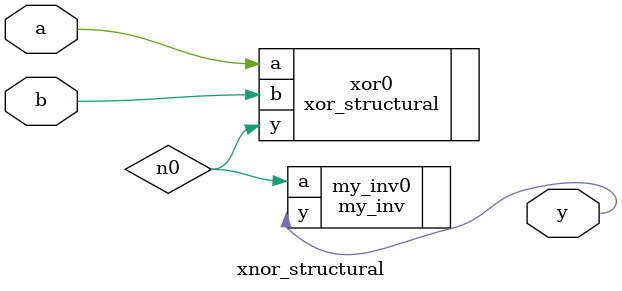
<source format=v>
module xnor_structural (
	input		a,
	input		b,
	output	y
	);
	
	wire n0;
	
	xor_structural xor0 (
		.a	(a),
		.b (b),
		.y (n0)
	);
	
	my_inv my_inv0 (
		.a	(n0),
		.y	(y)
	);
	
endmodule

</source>
